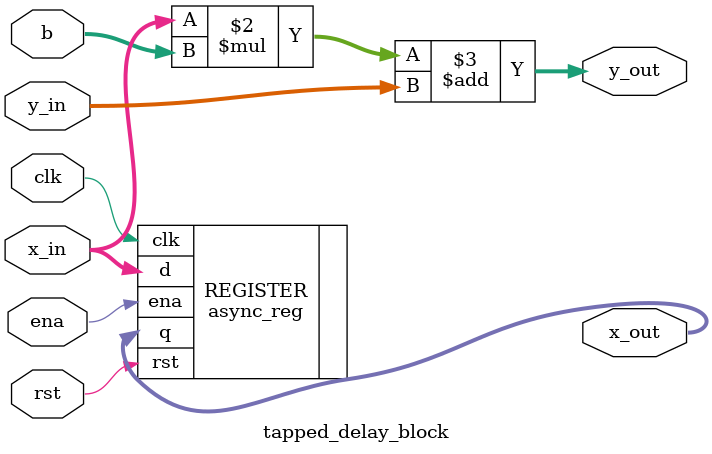
<source format=sv>
`timescale 1ns / 100ps
`default_nettype none

module tapped_delay_block(b, x_in, x_out, y_in, y_out, clk, ena, rst);
parameter N = 32;

input  wire  signed [N-1:0] b;
input  wire  signed [N-1:0] x_in;
input  wire  signed [N-1:0] y_in;
output logic signed [N-1:0] x_out;
output logic signed [N-1:0] y_out;
input  wire                 clk;
input  wire                 ena;
input  wire                 rst;

async_reg #(.N(N)) REGISTER(
    .clk(clk),
    .ena(ena),
    .rst(rst),
    .d(x_in),
    .q(x_out)
);

always_comb begin : output_logic
    y_out = (x_in * b) + y_in;  // x_in changes on negedge
end

endmodule

`default_nettype wire // reengages default behaviour, needed when using 
                      // other designs that expect it.

</source>
